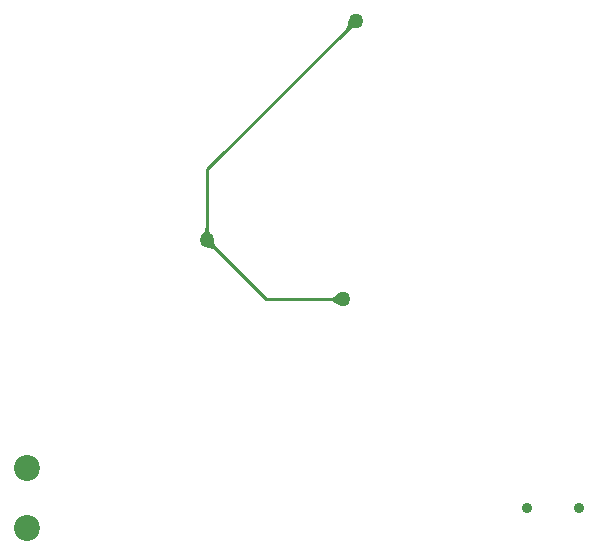
<source format=gbl>
G04*
G04 #@! TF.GenerationSoftware,Altium Limited,Altium Designer,22.9.1 (49)*
G04*
G04 Layer_Physical_Order=2*
G04 Layer_Color=16711680*
%FSLAX25Y25*%
%MOIN*%
G70*
G04*
G04 #@! TF.SameCoordinates,98696D13-EABD-4F9F-9DF4-DD99C549A471*
G04*
G04*
G04 #@! TF.FilePolarity,Positive*
G04*
G01*
G75*
%ADD16C,0.01000*%
%ADD59C,0.03543*%
%ADD60C,0.08661*%
%ADD61C,0.05000*%
G36*
X83148Y113783D02*
X83004Y113909D01*
X82839Y114021D01*
X82652Y114120D01*
X82443Y114205D01*
X82212Y114276D01*
X81960Y114334D01*
X81686Y114378D01*
X81390Y114409D01*
X80734Y114429D01*
X83209Y116904D01*
X83212Y116565D01*
X83259Y115952D01*
X83304Y115678D01*
X83361Y115426D01*
X83433Y115195D01*
X83518Y114986D01*
X83617Y114799D01*
X83729Y114634D01*
X83855Y114490D01*
X83148Y113783D01*
D02*
G37*
G36*
X122035Y97744D02*
X122225Y97757D01*
X122422Y97794D01*
X122624Y97857D01*
X122832Y97944D01*
X123045Y98057D01*
X123265Y98194D01*
X123489Y98357D01*
X123720Y98544D01*
X124199Y98994D01*
Y95494D01*
X123957Y95732D01*
X123489Y96132D01*
X123265Y96294D01*
X123045Y96432D01*
X122832Y96544D01*
X122624Y96632D01*
X122422Y96694D01*
X122225Y96732D01*
X122035Y96744D01*
Y97744D01*
D02*
G37*
G36*
X81209Y120879D02*
X81221Y120688D01*
X81259Y120492D01*
X81321Y120290D01*
X81409Y120082D01*
X81521Y119868D01*
X81659Y119649D01*
X81821Y119424D01*
X82009Y119193D01*
X82459Y118714D01*
X78959D01*
X79196Y118957D01*
X79596Y119424D01*
X79759Y119649D01*
X79896Y119868D01*
X80009Y120082D01*
X80096Y120290D01*
X80159Y120492D01*
X80196Y120688D01*
X80209Y120879D01*
X81209D01*
D02*
G37*
G36*
X127169Y187718D02*
X127295Y187862D01*
X127407Y188027D01*
X127506Y188214D01*
X127591Y188423D01*
X127662Y188654D01*
X127720Y188906D01*
X127764Y189180D01*
X127795Y189476D01*
X127815Y190132D01*
X130290Y187658D01*
X129951Y187654D01*
X129338Y187607D01*
X129064Y187563D01*
X128811Y187505D01*
X128581Y187433D01*
X128372Y187348D01*
X128185Y187250D01*
X128019Y187137D01*
X127876Y187011D01*
X127169Y187718D01*
D02*
G37*
D16*
X80709Y116929D02*
Y140551D01*
Y116929D02*
X100394Y97244D01*
X80709Y140551D02*
X130315Y190157D01*
X100394Y97244D02*
X125984D01*
D59*
X187402Y27854D02*
D03*
X204724D02*
D03*
D60*
X20866Y21102D02*
D03*
Y41102D02*
D03*
D61*
X80709Y116929D02*
D03*
X130315Y190157D02*
D03*
X125984Y97244D02*
D03*
M02*

</source>
